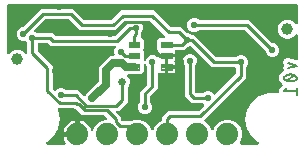
<source format=gbl>
G04 EAGLE Gerber RS-274X export*
G75*
%MOMM*%
%FSLAX34Y34*%
%LPD*%
%INBottom Copper*%
%IPPOS*%
%AMOC8*
5,1,8,0,0,1.08239X$1,22.5*%
G01*
%ADD10C,0.203200*%
%ADD11C,1.000000*%
%ADD12C,0.100581*%
%ADD13C,1.879600*%
%ADD14C,0.558800*%
%ADD15C,0.254000*%
%ADD16C,0.635000*%
%ADD17C,0.635000*%

G36*
X216140Y4075D02*
X216140Y4075D01*
X216214Y4075D01*
X216280Y4095D01*
X216349Y4105D01*
X216416Y4135D01*
X216486Y4155D01*
X216545Y4192D01*
X216608Y4221D01*
X216664Y4268D01*
X216726Y4308D01*
X216772Y4360D01*
X216825Y4404D01*
X216866Y4466D01*
X216915Y4521D01*
X216944Y4583D01*
X216983Y4641D01*
X217005Y4711D01*
X217036Y4778D01*
X217048Y4846D01*
X217068Y4912D01*
X217070Y4986D01*
X217082Y5058D01*
X217074Y5127D01*
X217076Y5196D01*
X217057Y5267D01*
X217048Y5341D01*
X217021Y5404D01*
X217004Y5471D01*
X216966Y5535D01*
X216938Y5602D01*
X216899Y5647D01*
X216859Y5716D01*
X216769Y5800D01*
X216720Y5858D01*
X211015Y10644D01*
X207029Y17549D01*
X205645Y25400D01*
X207029Y33251D01*
X211015Y40155D01*
X217122Y45280D01*
X224614Y48007D01*
X232586Y48007D01*
X233079Y47827D01*
X233170Y47808D01*
X233258Y47780D01*
X233308Y47779D01*
X233357Y47769D01*
X233450Y47775D01*
X233542Y47773D01*
X233591Y47786D01*
X233640Y47789D01*
X233728Y47821D01*
X233817Y47845D01*
X233860Y47870D01*
X233907Y47887D01*
X233982Y47943D01*
X234062Y47990D01*
X234096Y48026D01*
X234136Y48056D01*
X234193Y48129D01*
X234256Y48197D01*
X234279Y48242D01*
X234309Y48281D01*
X234343Y48368D01*
X234386Y48450D01*
X234393Y48494D01*
X234414Y48546D01*
X234429Y48706D01*
X234441Y48781D01*
X234441Y48847D01*
X234432Y48910D01*
X234435Y48959D01*
X234278Y50369D01*
X234307Y50425D01*
X234364Y50520D01*
X234371Y50551D01*
X234386Y50579D01*
X234399Y50656D01*
X234435Y50796D01*
X234435Y50805D01*
X235433Y51803D01*
X235471Y51854D01*
X235508Y51887D01*
X237015Y53770D01*
X237061Y53848D01*
X237114Y53921D01*
X237133Y53970D01*
X237159Y54015D01*
X237182Y54102D01*
X237214Y54187D01*
X237217Y54240D01*
X237231Y54290D01*
X237228Y54381D01*
X237235Y54471D01*
X237224Y54522D01*
X237223Y54574D01*
X237195Y54661D01*
X237177Y54749D01*
X237152Y54795D01*
X237136Y54845D01*
X237086Y54920D01*
X237044Y55000D01*
X237007Y55038D01*
X236978Y55081D01*
X236909Y55140D01*
X236846Y55205D01*
X236824Y55217D01*
X234441Y58552D01*
X234441Y62563D01*
X236772Y65827D01*
X237514Y66081D01*
X237562Y66106D01*
X237614Y66121D01*
X237688Y66170D01*
X237767Y66210D01*
X237807Y66247D01*
X237852Y66277D01*
X237910Y66344D01*
X237975Y66404D01*
X238003Y66451D01*
X238038Y66492D01*
X238075Y66572D01*
X238121Y66648D01*
X238135Y66701D01*
X238157Y66750D01*
X238171Y66837D01*
X238193Y66923D01*
X238192Y66977D01*
X238200Y67031D01*
X238189Y67101D01*
X238186Y67207D01*
X238158Y67297D01*
X238148Y67363D01*
X237673Y68786D01*
X238476Y70391D01*
X238481Y70407D01*
X238490Y70421D01*
X238526Y70542D01*
X238566Y70660D01*
X238567Y70677D01*
X238572Y70694D01*
X238573Y70820D01*
X238578Y70944D01*
X238574Y70961D01*
X238574Y70978D01*
X238553Y71046D01*
X238511Y71221D01*
X238487Y71262D01*
X238476Y71299D01*
X237673Y72904D01*
X238738Y76098D01*
X241750Y77604D01*
X248599Y75321D01*
X248677Y75307D01*
X248752Y75283D01*
X248816Y75281D01*
X248879Y75270D01*
X248957Y75278D01*
X249036Y75276D01*
X249098Y75292D01*
X249161Y75298D01*
X249235Y75328D01*
X249311Y75347D01*
X249366Y75380D01*
X249425Y75404D01*
X249488Y75452D01*
X249556Y75493D01*
X249599Y75539D01*
X249650Y75578D01*
X249696Y75642D01*
X249750Y75700D01*
X249779Y75757D01*
X249817Y75808D01*
X249844Y75883D01*
X249880Y75953D01*
X249889Y76007D01*
X249914Y76076D01*
X249922Y76207D01*
X249935Y76284D01*
X249935Y96402D01*
X249931Y96431D01*
X249934Y96460D01*
X249911Y96571D01*
X249895Y96683D01*
X249883Y96710D01*
X249878Y96739D01*
X249825Y96839D01*
X249779Y96943D01*
X249760Y96965D01*
X249747Y96991D01*
X249669Y97073D01*
X249596Y97160D01*
X249571Y97176D01*
X249551Y97197D01*
X249453Y97254D01*
X249359Y97317D01*
X249331Y97326D01*
X249306Y97341D01*
X249196Y97369D01*
X249088Y97403D01*
X249058Y97404D01*
X249030Y97411D01*
X248917Y97407D01*
X248804Y97410D01*
X248775Y97403D01*
X248746Y97402D01*
X248638Y97367D01*
X248529Y97338D01*
X248503Y97323D01*
X248475Y97314D01*
X248412Y97269D01*
X248284Y97193D01*
X248241Y97148D01*
X248202Y97120D01*
X245859Y94777D01*
X242901Y93551D01*
X239699Y93551D01*
X236741Y94777D01*
X234477Y97041D01*
X233251Y99999D01*
X233251Y103201D01*
X234477Y106159D01*
X236741Y108423D01*
X239699Y109649D01*
X242901Y109649D01*
X245859Y108423D01*
X248202Y106080D01*
X248226Y106063D01*
X248245Y106040D01*
X248339Y105978D01*
X248429Y105910D01*
X248457Y105899D01*
X248481Y105883D01*
X248589Y105849D01*
X248695Y105808D01*
X248724Y105806D01*
X248752Y105797D01*
X248866Y105794D01*
X248978Y105785D01*
X249007Y105791D01*
X249036Y105790D01*
X249146Y105818D01*
X249257Y105841D01*
X249283Y105854D01*
X249311Y105862D01*
X249409Y105919D01*
X249509Y105972D01*
X249531Y105992D01*
X249556Y106007D01*
X249633Y106089D01*
X249715Y106167D01*
X249730Y106193D01*
X249750Y106214D01*
X249802Y106315D01*
X249859Y106413D01*
X249866Y106441D01*
X249880Y106467D01*
X249893Y106545D01*
X249929Y106688D01*
X249927Y106751D01*
X249935Y106798D01*
X249935Y121920D01*
X249927Y121978D01*
X249929Y122036D01*
X249907Y122118D01*
X249895Y122202D01*
X249872Y122255D01*
X249857Y122311D01*
X249814Y122384D01*
X249779Y122461D01*
X249741Y122506D01*
X249712Y122556D01*
X249650Y122614D01*
X249596Y122678D01*
X249547Y122710D01*
X249504Y122750D01*
X249429Y122789D01*
X249359Y122836D01*
X249303Y122853D01*
X249251Y122880D01*
X249183Y122891D01*
X249088Y122921D01*
X248988Y122924D01*
X248920Y122935D01*
X5080Y122935D01*
X5022Y122927D01*
X4964Y122929D01*
X4882Y122907D01*
X4798Y122895D01*
X4745Y122872D01*
X4689Y122857D01*
X4616Y122814D01*
X4539Y122779D01*
X4494Y122741D01*
X4444Y122712D01*
X4386Y122650D01*
X4322Y122596D01*
X4290Y122547D01*
X4250Y122504D01*
X4211Y122429D01*
X4164Y122359D01*
X4147Y122303D01*
X4120Y122251D01*
X4109Y122183D01*
X4079Y122088D01*
X4076Y121988D01*
X4065Y121920D01*
X4065Y81398D01*
X4069Y81369D01*
X4066Y81340D01*
X4089Y81229D01*
X4105Y81117D01*
X4117Y81090D01*
X4122Y81061D01*
X4175Y80961D01*
X4221Y80857D01*
X4240Y80835D01*
X4253Y80809D01*
X4331Y80727D01*
X4404Y80640D01*
X4429Y80624D01*
X4449Y80603D01*
X4547Y80546D01*
X4641Y80483D01*
X4669Y80474D01*
X4694Y80459D01*
X4804Y80431D01*
X4912Y80397D01*
X4942Y80396D01*
X4970Y80389D01*
X5083Y80393D01*
X5196Y80390D01*
X5225Y80397D01*
X5254Y80398D01*
X5362Y80433D01*
X5471Y80462D01*
X5497Y80477D01*
X5525Y80486D01*
X5588Y80531D01*
X5716Y80607D01*
X5759Y80652D01*
X5798Y80680D01*
X8141Y83023D01*
X11099Y84249D01*
X14301Y84249D01*
X17259Y83023D01*
X19348Y80934D01*
X19372Y80917D01*
X19391Y80894D01*
X19485Y80832D01*
X19575Y80764D01*
X19603Y80753D01*
X19627Y80737D01*
X19735Y80703D01*
X19841Y80662D01*
X19870Y80660D01*
X19898Y80651D01*
X20012Y80648D01*
X20124Y80639D01*
X20153Y80645D01*
X20182Y80644D01*
X20292Y80672D01*
X20403Y80695D01*
X20429Y80708D01*
X20457Y80716D01*
X20555Y80773D01*
X20655Y80826D01*
X20677Y80846D01*
X20702Y80861D01*
X20779Y80943D01*
X20861Y81021D01*
X20876Y81047D01*
X20896Y81068D01*
X20948Y81169D01*
X21005Y81267D01*
X21012Y81295D01*
X21026Y81321D01*
X21039Y81398D01*
X21075Y81542D01*
X21073Y81605D01*
X21081Y81652D01*
X21081Y89615D01*
X21069Y89702D01*
X21066Y89789D01*
X21049Y89842D01*
X21041Y89897D01*
X21006Y89977D01*
X20979Y90060D01*
X20951Y90099D01*
X20925Y90156D01*
X20829Y90269D01*
X20784Y90333D01*
X20447Y90670D01*
X20164Y91354D01*
X20134Y91405D01*
X20113Y91459D01*
X20062Y91526D01*
X20019Y91599D01*
X19977Y91639D01*
X19941Y91686D01*
X19874Y91736D01*
X19812Y91794D01*
X19760Y91821D01*
X19714Y91856D01*
X19635Y91886D01*
X19560Y91924D01*
X19502Y91936D01*
X19448Y91956D01*
X19363Y91963D01*
X19281Y91979D01*
X19222Y91974D01*
X19164Y91979D01*
X19097Y91964D01*
X18997Y91955D01*
X18977Y91947D01*
X16618Y91947D01*
X14470Y92837D01*
X12827Y94480D01*
X11937Y96628D01*
X11937Y98952D01*
X12827Y101100D01*
X14470Y102743D01*
X16618Y103633D01*
X17095Y103633D01*
X17181Y103645D01*
X17269Y103648D01*
X17321Y103665D01*
X17376Y103673D01*
X17456Y103708D01*
X17539Y103735D01*
X17578Y103763D01*
X17635Y103789D01*
X17749Y103885D01*
X17812Y103930D01*
X29928Y116045D01*
X29928Y116046D01*
X32755Y118873D01*
X59955Y118873D01*
X69056Y109772D01*
X69125Y109720D01*
X69189Y109660D01*
X69239Y109634D01*
X69283Y109601D01*
X69364Y109570D01*
X69442Y109530D01*
X69490Y109522D01*
X69548Y109500D01*
X69696Y109488D01*
X69773Y109475D01*
X91517Y109475D01*
X91603Y109487D01*
X91691Y109490D01*
X91743Y109507D01*
X91798Y109515D01*
X91878Y109550D01*
X91961Y109577D01*
X92000Y109605D01*
X92057Y109631D01*
X92171Y109727D01*
X92234Y109772D01*
X100065Y117603D01*
X128535Y117603D01*
X142144Y103994D01*
X142214Y103941D01*
X142278Y103881D01*
X142327Y103856D01*
X142371Y103823D01*
X142453Y103792D01*
X142531Y103752D01*
X142578Y103744D01*
X142637Y103721D01*
X142785Y103709D01*
X142862Y103696D01*
X151331Y103696D01*
X156352Y98676D01*
X156421Y98624D01*
X156485Y98564D01*
X156535Y98538D01*
X156579Y98505D01*
X156660Y98474D01*
X156738Y98434D01*
X156786Y98426D01*
X156844Y98404D01*
X156992Y98392D01*
X157069Y98379D01*
X157372Y98379D01*
X159520Y97489D01*
X159857Y97152D01*
X159927Y97100D01*
X159990Y97040D01*
X160040Y97014D01*
X160084Y96981D01*
X160166Y96950D01*
X160244Y96910D01*
X160291Y96902D01*
X160350Y96880D01*
X160497Y96868D01*
X160575Y96855D01*
X161983Y96855D01*
X180562Y78276D01*
X180631Y78224D01*
X180695Y78164D01*
X180745Y78138D01*
X180789Y78105D01*
X180870Y78074D01*
X180948Y78034D01*
X180996Y78026D01*
X181054Y78004D01*
X181202Y77992D01*
X181279Y77979D01*
X197565Y77979D01*
X197652Y77991D01*
X197739Y77994D01*
X197792Y78011D01*
X197847Y78019D01*
X197927Y78054D01*
X198010Y78081D01*
X198049Y78109D01*
X198106Y78135D01*
X198220Y78231D01*
X198283Y78276D01*
X198620Y78613D01*
X200768Y79503D01*
X203092Y79503D01*
X205240Y78613D01*
X206883Y76970D01*
X207773Y74822D01*
X207773Y72498D01*
X206883Y70350D01*
X206546Y70013D01*
X206494Y69943D01*
X206434Y69880D01*
X206408Y69830D01*
X206375Y69786D01*
X206344Y69704D01*
X206304Y69626D01*
X206296Y69579D01*
X206274Y69520D01*
X206262Y69372D01*
X206249Y69295D01*
X206249Y60441D01*
X171039Y25232D01*
X170970Y25140D01*
X170896Y25052D01*
X170885Y25026D01*
X170868Y25004D01*
X170827Y24897D01*
X170781Y24792D01*
X170777Y24765D01*
X170767Y24739D01*
X170758Y24624D01*
X170742Y24511D01*
X170746Y24483D01*
X170744Y24455D01*
X170766Y24343D01*
X170783Y24229D01*
X170794Y24204D01*
X170799Y24177D01*
X170852Y24075D01*
X170900Y23970D01*
X170918Y23949D01*
X170930Y23924D01*
X171009Y23841D01*
X171084Y23754D01*
X171105Y23740D01*
X171126Y23718D01*
X171356Y23584D01*
X171369Y23576D01*
X172151Y23252D01*
X175652Y19751D01*
X176862Y16829D01*
X176877Y16804D01*
X176886Y16776D01*
X176949Y16681D01*
X177007Y16584D01*
X177028Y16564D01*
X177044Y16539D01*
X177131Y16466D01*
X177213Y16389D01*
X177239Y16375D01*
X177262Y16356D01*
X177365Y16310D01*
X177466Y16259D01*
X177495Y16253D01*
X177522Y16241D01*
X177634Y16225D01*
X177745Y16204D01*
X177774Y16206D01*
X177803Y16202D01*
X177915Y16218D01*
X178028Y16228D01*
X178055Y16239D01*
X178084Y16243D01*
X178188Y16289D01*
X178293Y16330D01*
X178317Y16348D01*
X178344Y16360D01*
X178430Y16433D01*
X178520Y16502D01*
X178538Y16525D01*
X178560Y16544D01*
X178602Y16611D01*
X178690Y16729D01*
X178712Y16788D01*
X178738Y16829D01*
X179948Y19751D01*
X183449Y23252D01*
X188024Y25147D01*
X192976Y25147D01*
X197551Y23252D01*
X201052Y19751D01*
X202947Y15176D01*
X202947Y10224D01*
X200977Y5469D01*
X200948Y5357D01*
X200914Y5248D01*
X200913Y5220D01*
X200906Y5193D01*
X200909Y5079D01*
X200906Y4964D01*
X200913Y4937D01*
X200914Y4909D01*
X200949Y4800D01*
X200978Y4689D01*
X200992Y4665D01*
X201001Y4638D01*
X201065Y4543D01*
X201123Y4444D01*
X201144Y4425D01*
X201159Y4402D01*
X201247Y4328D01*
X201331Y4250D01*
X201355Y4237D01*
X201377Y4219D01*
X201481Y4173D01*
X201584Y4120D01*
X201608Y4116D01*
X201636Y4104D01*
X201900Y4067D01*
X201915Y4065D01*
X216067Y4065D01*
X216140Y4075D01*
G37*
G36*
X127115Y16218D02*
X127115Y16218D01*
X127228Y16228D01*
X127255Y16239D01*
X127284Y16243D01*
X127388Y16289D01*
X127493Y16330D01*
X127517Y16348D01*
X127544Y16360D01*
X127630Y16433D01*
X127720Y16502D01*
X127738Y16525D01*
X127760Y16544D01*
X127802Y16611D01*
X127890Y16729D01*
X127912Y16788D01*
X127938Y16829D01*
X129148Y19751D01*
X132649Y23252D01*
X134755Y24124D01*
X134756Y24125D01*
X134757Y24125D01*
X134876Y24195D01*
X134999Y24268D01*
X135000Y24269D01*
X135002Y24270D01*
X135099Y24374D01*
X135195Y24475D01*
X135195Y24476D01*
X135196Y24478D01*
X135261Y24603D01*
X135325Y24728D01*
X135325Y24729D01*
X135326Y24731D01*
X135328Y24746D01*
X135380Y25007D01*
X135377Y25037D01*
X135381Y25062D01*
X135381Y27189D01*
X140451Y32259D01*
X165431Y32259D01*
X165517Y32271D01*
X165605Y32274D01*
X165657Y32291D01*
X165712Y32299D01*
X165792Y32334D01*
X165875Y32361D01*
X165914Y32389D01*
X165971Y32415D01*
X166085Y32511D01*
X166148Y32556D01*
X170532Y36940D01*
X170567Y36986D01*
X170609Y37027D01*
X170652Y37099D01*
X170703Y37167D01*
X170724Y37221D01*
X170753Y37272D01*
X170774Y37354D01*
X170804Y37432D01*
X170809Y37491D01*
X170823Y37547D01*
X170821Y37632D01*
X170828Y37716D01*
X170816Y37773D01*
X170814Y37832D01*
X170788Y37912D01*
X170772Y37994D01*
X170745Y38046D01*
X170727Y38102D01*
X170687Y38158D01*
X170641Y38247D01*
X170572Y38319D01*
X170532Y38375D01*
X170343Y38564D01*
X170273Y38617D01*
X170210Y38676D01*
X170160Y38702D01*
X170116Y38735D01*
X170034Y38766D01*
X169956Y38806D01*
X169909Y38814D01*
X169850Y38836D01*
X169703Y38848D01*
X169625Y38861D01*
X160771Y38861D01*
X154410Y45223D01*
X154410Y70587D01*
X154397Y70674D01*
X154395Y70761D01*
X154377Y70814D01*
X154370Y70869D01*
X154334Y70948D01*
X154307Y71032D01*
X154279Y71071D01*
X154253Y71128D01*
X154158Y71241D01*
X154112Y71305D01*
X153775Y71642D01*
X152886Y73790D01*
X152886Y76114D01*
X153775Y78261D01*
X155419Y79905D01*
X157566Y80794D01*
X159890Y80794D01*
X162038Y79905D01*
X163681Y78261D01*
X164571Y76114D01*
X164571Y73790D01*
X163681Y71642D01*
X163344Y71305D01*
X163292Y71235D01*
X163232Y71171D01*
X163207Y71122D01*
X163173Y71078D01*
X163142Y70996D01*
X163103Y70918D01*
X163095Y70871D01*
X163072Y70812D01*
X163060Y70664D01*
X163047Y70587D01*
X163047Y49221D01*
X163059Y49135D01*
X163062Y49047D01*
X163079Y48994D01*
X163087Y48940D01*
X163123Y48860D01*
X163150Y48777D01*
X163178Y48737D01*
X163203Y48680D01*
X163299Y48567D01*
X163344Y48503D01*
X164052Y47796D01*
X164121Y47744D01*
X164185Y47684D01*
X164235Y47658D01*
X164279Y47625D01*
X164360Y47594D01*
X164438Y47554D01*
X164486Y47546D01*
X164544Y47524D01*
X164692Y47512D01*
X164769Y47499D01*
X169625Y47499D01*
X169712Y47511D01*
X169799Y47514D01*
X169852Y47531D01*
X169907Y47539D01*
X169987Y47574D01*
X170070Y47601D01*
X170109Y47629D01*
X170166Y47655D01*
X170280Y47751D01*
X170343Y47796D01*
X170680Y48133D01*
X172828Y49023D01*
X175152Y49023D01*
X177300Y48133D01*
X178795Y46638D01*
X178841Y46603D01*
X178882Y46561D01*
X178955Y46518D01*
X179022Y46467D01*
X179077Y46446D01*
X179127Y46417D01*
X179209Y46396D01*
X179288Y46366D01*
X179346Y46361D01*
X179403Y46347D01*
X179487Y46349D01*
X179571Y46342D01*
X179628Y46354D01*
X179687Y46356D01*
X179767Y46382D01*
X179850Y46398D01*
X179902Y46425D01*
X179957Y46443D01*
X180013Y46483D01*
X180102Y46529D01*
X180174Y46598D01*
X180230Y46638D01*
X197314Y63722D01*
X197366Y63791D01*
X197426Y63855D01*
X197452Y63905D01*
X197485Y63949D01*
X197516Y64030D01*
X197556Y64108D01*
X197564Y64156D01*
X197586Y64214D01*
X197598Y64362D01*
X197611Y64439D01*
X197611Y68326D01*
X197603Y68384D01*
X197605Y68442D01*
X197583Y68524D01*
X197571Y68608D01*
X197548Y68661D01*
X197533Y68717D01*
X197490Y68790D01*
X197455Y68867D01*
X197417Y68912D01*
X197388Y68962D01*
X197326Y69020D01*
X197272Y69084D01*
X197223Y69116D01*
X197180Y69156D01*
X197105Y69195D01*
X197035Y69242D01*
X196979Y69259D01*
X196927Y69286D01*
X196859Y69297D01*
X196764Y69327D01*
X196664Y69330D01*
X196596Y69341D01*
X177281Y69341D01*
X159660Y86962D01*
X159659Y86963D01*
X159658Y86965D01*
X159540Y87053D01*
X159433Y87133D01*
X159431Y87134D01*
X159430Y87135D01*
X159296Y87185D01*
X159167Y87235D01*
X159165Y87235D01*
X159164Y87235D01*
X159019Y87247D01*
X158884Y87258D01*
X158882Y87258D01*
X158881Y87258D01*
X158865Y87254D01*
X158605Y87202D01*
X158578Y87188D01*
X158553Y87183D01*
X157372Y86693D01*
X156895Y86693D01*
X156809Y86681D01*
X156721Y86678D01*
X156669Y86661D01*
X156614Y86653D01*
X156534Y86618D01*
X156451Y86591D01*
X156412Y86563D01*
X156355Y86537D01*
X156241Y86441D01*
X156178Y86396D01*
X154211Y84429D01*
X146865Y84429D01*
X146827Y84424D01*
X146788Y84426D01*
X146686Y84404D01*
X146584Y84389D01*
X146548Y84373D01*
X146510Y84365D01*
X146419Y84316D01*
X146324Y84273D01*
X146295Y84248D01*
X146260Y84229D01*
X146187Y84156D01*
X146107Y84090D01*
X146086Y84057D01*
X146058Y84030D01*
X146007Y83939D01*
X145950Y83853D01*
X145938Y83816D01*
X145919Y83782D01*
X145895Y83681D01*
X145864Y83582D01*
X145863Y83543D01*
X145854Y83505D01*
X145859Y83401D01*
X145857Y83298D01*
X145867Y83260D01*
X145869Y83221D01*
X145896Y83148D01*
X145929Y83023D01*
X145967Y82959D01*
X145986Y82906D01*
X146097Y82714D01*
X146305Y81940D01*
X146305Y80644D01*
X139256Y80644D01*
X139198Y80636D01*
X139139Y80638D01*
X139058Y80616D01*
X138974Y80604D01*
X138921Y80581D01*
X138868Y80567D01*
X138824Y80589D01*
X138756Y80600D01*
X138661Y80630D01*
X138561Y80633D01*
X138493Y80644D01*
X131444Y80644D01*
X131444Y81940D01*
X131652Y82714D01*
X131832Y83026D01*
X131857Y83089D01*
X131892Y83148D01*
X131910Y83220D01*
X131938Y83290D01*
X131945Y83358D01*
X131962Y83424D01*
X131960Y83498D01*
X131967Y83572D01*
X131955Y83640D01*
X131953Y83708D01*
X131930Y83779D01*
X131917Y83852D01*
X131886Y83913D01*
X131865Y83978D01*
X131829Y84029D01*
X131790Y84107D01*
X131713Y84191D01*
X131671Y84251D01*
X130936Y84986D01*
X130936Y92510D01*
X133017Y94591D01*
X136881Y94591D01*
X136910Y94595D01*
X136939Y94592D01*
X137050Y94615D01*
X137162Y94631D01*
X137189Y94643D01*
X137218Y94648D01*
X137318Y94700D01*
X137422Y94747D01*
X137444Y94766D01*
X137470Y94779D01*
X137552Y94857D01*
X137639Y94930D01*
X137655Y94955D01*
X137676Y94975D01*
X137733Y95073D01*
X137796Y95167D01*
X137805Y95195D01*
X137820Y95220D01*
X137848Y95330D01*
X137882Y95438D01*
X137883Y95468D01*
X137890Y95496D01*
X137886Y95609D01*
X137889Y95722D01*
X137882Y95751D01*
X137881Y95780D01*
X137846Y95888D01*
X137817Y95997D01*
X137802Y96023D01*
X137793Y96051D01*
X137748Y96114D01*
X137672Y96242D01*
X137627Y96285D01*
X137599Y96324D01*
X125254Y108668D01*
X125185Y108720D01*
X125121Y108780D01*
X125071Y108806D01*
X125027Y108839D01*
X124946Y108870D01*
X124868Y108910D01*
X124820Y108918D01*
X124762Y108940D01*
X124614Y108952D01*
X124537Y108965D01*
X117649Y108965D01*
X117620Y108961D01*
X117590Y108964D01*
X117479Y108941D01*
X117367Y108925D01*
X117340Y108913D01*
X117312Y108908D01*
X117211Y108855D01*
X117108Y108809D01*
X117085Y108790D01*
X117059Y108777D01*
X116977Y108699D01*
X116891Y108626D01*
X116874Y108601D01*
X116853Y108581D01*
X116796Y108483D01*
X116733Y108389D01*
X116724Y108361D01*
X116709Y108336D01*
X116682Y108226D01*
X116647Y108118D01*
X116647Y108088D01*
X116639Y108060D01*
X116643Y107947D01*
X116640Y107834D01*
X116647Y107805D01*
X116648Y107776D01*
X116683Y107668D01*
X116712Y107559D01*
X116727Y107533D01*
X116736Y107505D01*
X116781Y107441D01*
X116857Y107314D01*
X116903Y107271D01*
X116931Y107232D01*
X117983Y106180D01*
X118873Y104032D01*
X118873Y101708D01*
X117983Y99560D01*
X117646Y99223D01*
X117594Y99153D01*
X117534Y99090D01*
X117508Y99040D01*
X117475Y98996D01*
X117444Y98914D01*
X117404Y98836D01*
X117396Y98789D01*
X117374Y98730D01*
X117369Y98671D01*
X117363Y98651D01*
X117361Y98577D01*
X117349Y98505D01*
X117349Y95990D01*
X117323Y95966D01*
X117280Y95893D01*
X117230Y95826D01*
X117209Y95771D01*
X117179Y95721D01*
X117159Y95639D01*
X117129Y95560D01*
X117124Y95502D01*
X117109Y95445D01*
X117112Y95361D01*
X117105Y95277D01*
X117116Y95219D01*
X117118Y95161D01*
X117144Y95081D01*
X117161Y94998D01*
X117188Y94946D01*
X117206Y94891D01*
X117246Y94835D01*
X117292Y94746D01*
X117361Y94673D01*
X117401Y94617D01*
X119508Y92510D01*
X119508Y84986D01*
X119238Y84716D01*
X119203Y84669D01*
X119160Y84629D01*
X119118Y84556D01*
X119067Y84489D01*
X119046Y84434D01*
X119017Y84384D01*
X118996Y84302D01*
X118966Y84223D01*
X118961Y84165D01*
X118946Y84108D01*
X118949Y84024D01*
X118942Y83940D01*
X118954Y83882D01*
X118956Y83824D01*
X118981Y83744D01*
X118998Y83661D01*
X119025Y83609D01*
X119043Y83553D01*
X119083Y83497D01*
X119129Y83409D01*
X119198Y83336D01*
X119238Y83280D01*
X119508Y83010D01*
X119508Y75944D01*
X119520Y75859D01*
X119522Y75773D01*
X119540Y75719D01*
X119548Y75662D01*
X119583Y75584D01*
X119609Y75502D01*
X119641Y75455D01*
X119664Y75403D01*
X119719Y75337D01*
X119767Y75266D01*
X119811Y75229D01*
X119847Y75186D01*
X119919Y75138D01*
X119985Y75083D01*
X120037Y75060D01*
X120084Y75028D01*
X120166Y75002D01*
X120245Y74967D01*
X120301Y74960D01*
X120355Y74943D01*
X120441Y74940D01*
X120526Y74929D01*
X120582Y74937D01*
X120639Y74935D01*
X120722Y74957D01*
X120808Y74969D01*
X120859Y74993D01*
X120914Y75007D01*
X120988Y75051D01*
X121067Y75086D01*
X121110Y75123D01*
X121159Y75152D01*
X121218Y75215D01*
X121283Y75271D01*
X121309Y75313D01*
X121353Y75360D01*
X121419Y75489D01*
X121461Y75555D01*
X122047Y76970D01*
X123690Y78613D01*
X125838Y79503D01*
X128162Y79503D01*
X130040Y78725D01*
X130087Y78713D01*
X130122Y78691D01*
X130310Y78613D01*
X130774Y78149D01*
X130844Y78096D01*
X130907Y78037D01*
X130957Y78011D01*
X131001Y77978D01*
X131083Y77947D01*
X131161Y77907D01*
X131208Y77899D01*
X131267Y77877D01*
X131414Y77865D01*
X131492Y77852D01*
X137478Y77852D01*
X137478Y70129D01*
X137486Y70071D01*
X137485Y70013D01*
X137506Y69931D01*
X137518Y69848D01*
X137542Y69794D01*
X137556Y69741D01*
X137534Y69698D01*
X137522Y69630D01*
X137492Y69535D01*
X137490Y69435D01*
X137478Y69367D01*
X137478Y64413D01*
X134087Y64413D01*
X133313Y64621D01*
X132842Y64893D01*
X132805Y64907D01*
X132773Y64929D01*
X132674Y64960D01*
X132578Y64999D01*
X132539Y65003D01*
X132502Y65015D01*
X132398Y65018D01*
X132295Y65028D01*
X132257Y65021D01*
X132218Y65022D01*
X132117Y64996D01*
X132015Y64978D01*
X131980Y64960D01*
X131943Y64950D01*
X131854Y64898D01*
X131761Y64852D01*
X131732Y64825D01*
X131698Y64805D01*
X131627Y64729D01*
X131551Y64660D01*
X131530Y64626D01*
X131504Y64598D01*
X131456Y64505D01*
X131402Y64417D01*
X131392Y64380D01*
X131374Y64345D01*
X131361Y64268D01*
X131327Y64143D01*
X131328Y64069D01*
X131319Y64014D01*
X131319Y51551D01*
X125266Y45498D01*
X125214Y45429D01*
X125154Y45365D01*
X125128Y45315D01*
X125095Y45271D01*
X125064Y45190D01*
X125024Y45112D01*
X125016Y45064D01*
X124994Y45006D01*
X124982Y44858D01*
X124969Y44781D01*
X124969Y39925D01*
X124981Y39838D01*
X124984Y39751D01*
X125001Y39698D01*
X125009Y39643D01*
X125044Y39563D01*
X125071Y39480D01*
X125099Y39441D01*
X125125Y39384D01*
X125221Y39271D01*
X125266Y39207D01*
X125603Y38870D01*
X126493Y36722D01*
X126493Y34398D01*
X125603Y32250D01*
X123960Y30607D01*
X121812Y29717D01*
X119488Y29717D01*
X117340Y30607D01*
X115697Y32250D01*
X114807Y34398D01*
X114807Y36722D01*
X115697Y38870D01*
X116034Y39207D01*
X116086Y39277D01*
X116146Y39340D01*
X116172Y39390D01*
X116205Y39434D01*
X116236Y39516D01*
X116276Y39594D01*
X116284Y39641D01*
X116306Y39700D01*
X116318Y39848D01*
X116331Y39925D01*
X116331Y48779D01*
X122384Y54832D01*
X122436Y54901D01*
X122496Y54965D01*
X122522Y55015D01*
X122555Y55059D01*
X122586Y55140D01*
X122626Y55218D01*
X122634Y55266D01*
X122656Y55324D01*
X122668Y55472D01*
X122681Y55549D01*
X122681Y69295D01*
X122669Y69382D01*
X122666Y69469D01*
X122649Y69522D01*
X122641Y69577D01*
X122606Y69657D01*
X122579Y69740D01*
X122551Y69779D01*
X122525Y69836D01*
X122429Y69950D01*
X122384Y70013D01*
X122047Y70350D01*
X121461Y71765D01*
X121417Y71839D01*
X121382Y71917D01*
X121345Y71960D01*
X121316Y72010D01*
X121254Y72069D01*
X121198Y72134D01*
X121151Y72166D01*
X121110Y72205D01*
X121033Y72244D01*
X120962Y72292D01*
X120908Y72309D01*
X120857Y72335D01*
X120773Y72352D01*
X120691Y72377D01*
X120634Y72379D01*
X120578Y72390D01*
X120493Y72383D01*
X120407Y72385D01*
X120352Y72370D01*
X120295Y72366D01*
X120214Y72335D01*
X120132Y72313D01*
X120083Y72284D01*
X120030Y72263D01*
X119961Y72212D01*
X119887Y72168D01*
X119848Y72126D01*
X119803Y72092D01*
X119751Y72023D01*
X119693Y71960D01*
X119667Y71910D01*
X119633Y71864D01*
X119602Y71784D01*
X119563Y71707D01*
X119555Y71658D01*
X119532Y71598D01*
X119521Y71454D01*
X119508Y71376D01*
X119508Y65986D01*
X117427Y63905D01*
X113929Y63905D01*
X113899Y63901D01*
X113868Y63903D01*
X113791Y63886D01*
X113648Y63865D01*
X113589Y63839D01*
X113541Y63828D01*
X112807Y63524D01*
X106478Y63524D01*
X106449Y63520D01*
X106420Y63523D01*
X106309Y63500D01*
X106197Y63484D01*
X106170Y63472D01*
X106141Y63467D01*
X106041Y63414D01*
X105938Y63368D01*
X105915Y63349D01*
X105889Y63336D01*
X105807Y63258D01*
X105721Y63185D01*
X105704Y63160D01*
X105683Y63140D01*
X105626Y63042D01*
X105563Y62948D01*
X105554Y62920D01*
X105539Y62895D01*
X105511Y62785D01*
X105477Y62677D01*
X105476Y62647D01*
X105469Y62619D01*
X105473Y62506D01*
X105470Y62393D01*
X105477Y62364D01*
X105478Y62335D01*
X105513Y62227D01*
X105542Y62118D01*
X105557Y62092D01*
X105566Y62064D01*
X105611Y62000D01*
X105687Y61873D01*
X105733Y61830D01*
X105761Y61791D01*
X106876Y60675D01*
X107824Y58388D01*
X107824Y55912D01*
X106876Y53624D01*
X106216Y52964D01*
X106164Y52895D01*
X106104Y52831D01*
X106078Y52781D01*
X106045Y52737D01*
X106014Y52656D01*
X105974Y52578D01*
X105966Y52530D01*
X105944Y52472D01*
X105932Y52324D01*
X105919Y52247D01*
X105919Y40121D01*
X98309Y32511D01*
X97332Y32511D01*
X97303Y32507D01*
X97274Y32510D01*
X97163Y32487D01*
X97051Y32471D01*
X97024Y32459D01*
X96995Y32454D01*
X96895Y32402D01*
X96791Y32355D01*
X96769Y32336D01*
X96743Y32323D01*
X96661Y32245D01*
X96574Y32172D01*
X96558Y32147D01*
X96537Y32127D01*
X96480Y32029D01*
X96417Y31935D01*
X96408Y31907D01*
X96393Y31882D01*
X96365Y31772D01*
X96331Y31664D01*
X96330Y31634D01*
X96323Y31606D01*
X96327Y31493D01*
X96324Y31380D01*
X96331Y31351D01*
X96332Y31322D01*
X96367Y31214D01*
X96396Y31105D01*
X96411Y31079D01*
X96420Y31051D01*
X96465Y30988D01*
X96541Y30860D01*
X96559Y30843D01*
X96560Y30841D01*
X96589Y30814D01*
X96614Y30778D01*
X100204Y27189D01*
X100204Y24997D01*
X100216Y24911D01*
X100219Y24823D01*
X100236Y24770D01*
X100244Y24716D01*
X100279Y24636D01*
X100306Y24553D01*
X100334Y24513D01*
X100360Y24456D01*
X100456Y24343D01*
X100501Y24279D01*
X100724Y24056D01*
X100794Y24004D01*
X100858Y23944D01*
X100907Y23918D01*
X100951Y23885D01*
X101033Y23854D01*
X101111Y23814D01*
X101159Y23806D01*
X101217Y23784D01*
X101365Y23772D01*
X101442Y23759D01*
X108271Y23759D01*
X108302Y23763D01*
X108333Y23761D01*
X108409Y23778D01*
X108553Y23799D01*
X108612Y23825D01*
X108660Y23836D01*
X111824Y25147D01*
X116776Y25147D01*
X121351Y23252D01*
X124852Y19751D01*
X126062Y16829D01*
X126077Y16804D01*
X126086Y16776D01*
X126149Y16681D01*
X126207Y16584D01*
X126228Y16564D01*
X126244Y16539D01*
X126331Y16466D01*
X126413Y16389D01*
X126439Y16375D01*
X126462Y16356D01*
X126565Y16310D01*
X126666Y16259D01*
X126695Y16253D01*
X126722Y16241D01*
X126834Y16225D01*
X126945Y16204D01*
X126974Y16206D01*
X127003Y16202D01*
X127115Y16218D01*
G37*
G36*
X69552Y44961D02*
X69552Y44961D01*
X69579Y44959D01*
X69692Y44981D01*
X69806Y44998D01*
X69831Y45009D01*
X69858Y45015D01*
X69960Y45067D01*
X70065Y45115D01*
X70086Y45133D01*
X70110Y45146D01*
X70194Y45225D01*
X70281Y45299D01*
X70294Y45320D01*
X70317Y45341D01*
X70451Y45571D01*
X70459Y45584D01*
X70924Y46705D01*
X81109Y56891D01*
X81161Y56960D01*
X81221Y57024D01*
X81247Y57074D01*
X81280Y57118D01*
X81311Y57199D01*
X81351Y57277D01*
X81359Y57325D01*
X81381Y57383D01*
X81393Y57531D01*
X81406Y57608D01*
X81406Y68548D01*
X82354Y70836D01*
X89844Y78326D01*
X92132Y79274D01*
X93844Y79274D01*
X93957Y79290D01*
X94072Y79300D01*
X94098Y79310D01*
X94125Y79314D01*
X94230Y79361D01*
X94337Y79402D01*
X94359Y79418D01*
X94384Y79430D01*
X94472Y79504D01*
X94564Y79573D01*
X94580Y79596D01*
X94601Y79613D01*
X94665Y79709D01*
X94734Y79801D01*
X94744Y79827D01*
X94759Y79850D01*
X94794Y79960D01*
X94834Y80067D01*
X94836Y80095D01*
X94845Y80121D01*
X94848Y80236D01*
X94857Y80350D01*
X94851Y80375D01*
X94852Y80405D01*
X94785Y80662D01*
X94782Y80678D01*
X94487Y81388D01*
X94487Y83712D01*
X95377Y85860D01*
X95515Y85998D01*
X95533Y86022D01*
X95555Y86041D01*
X95618Y86135D01*
X95686Y86225D01*
X95697Y86253D01*
X95713Y86277D01*
X95747Y86385D01*
X95787Y86491D01*
X95790Y86520D01*
X95799Y86548D01*
X95802Y86661D01*
X95811Y86774D01*
X95805Y86803D01*
X95806Y86832D01*
X95777Y86942D01*
X95755Y87053D01*
X95742Y87079D01*
X95734Y87107D01*
X95676Y87205D01*
X95624Y87305D01*
X95604Y87327D01*
X95589Y87352D01*
X95506Y87429D01*
X95428Y87511D01*
X95403Y87526D01*
X95382Y87546D01*
X95281Y87598D01*
X95183Y87655D01*
X95155Y87662D01*
X95128Y87676D01*
X95051Y87689D01*
X94908Y87725D01*
X94845Y87723D01*
X94797Y87731D01*
X40781Y87731D01*
X39148Y89364D01*
X39079Y89416D01*
X39015Y89476D01*
X38965Y89502D01*
X38921Y89535D01*
X38840Y89566D01*
X38762Y89606D01*
X38714Y89614D01*
X38656Y89636D01*
X38508Y89648D01*
X38431Y89661D01*
X30734Y89661D01*
X30676Y89653D01*
X30618Y89655D01*
X30536Y89633D01*
X30452Y89621D01*
X30399Y89598D01*
X30343Y89583D01*
X30270Y89540D01*
X30193Y89505D01*
X30148Y89467D01*
X30098Y89438D01*
X30040Y89376D01*
X29976Y89322D01*
X29944Y89273D01*
X29904Y89230D01*
X29865Y89155D01*
X29818Y89085D01*
X29801Y89029D01*
X29774Y88977D01*
X29763Y88909D01*
X29733Y88814D01*
X29730Y88714D01*
X29719Y88646D01*
X29719Y83489D01*
X29731Y83403D01*
X29734Y83315D01*
X29751Y83263D01*
X29759Y83208D01*
X29794Y83128D01*
X29821Y83045D01*
X29849Y83006D01*
X29875Y82949D01*
X29971Y82835D01*
X30016Y82772D01*
X42419Y70369D01*
X42419Y51816D01*
X42431Y51729D01*
X42434Y51642D01*
X42451Y51589D01*
X42459Y51534D01*
X42494Y51455D01*
X42521Y51371D01*
X42549Y51332D01*
X42575Y51275D01*
X42660Y51175D01*
X42677Y51146D01*
X42693Y51131D01*
X42716Y51098D01*
X43963Y49851D01*
X44009Y49816D01*
X44050Y49774D01*
X44123Y49731D01*
X44190Y49681D01*
X44245Y49660D01*
X44295Y49630D01*
X44377Y49609D01*
X44456Y49579D01*
X44514Y49574D01*
X44571Y49560D01*
X44655Y49563D01*
X44739Y49556D01*
X44796Y49567D01*
X44855Y49569D01*
X44935Y49595D01*
X45018Y49612D01*
X45070Y49639D01*
X45125Y49657D01*
X45181Y49697D01*
X45270Y49743D01*
X45342Y49811D01*
X45399Y49851D01*
X46220Y50673D01*
X48368Y51563D01*
X50692Y51563D01*
X52840Y50673D01*
X53177Y50336D01*
X53247Y50284D01*
X53310Y50224D01*
X53360Y50198D01*
X53404Y50165D01*
X53486Y50134D01*
X53564Y50094D01*
X53611Y50086D01*
X53670Y50064D01*
X53817Y50052D01*
X53895Y50039D01*
X64019Y50039D01*
X66846Y47212D01*
X68803Y45254D01*
X68895Y45185D01*
X68983Y45111D01*
X69008Y45100D01*
X69030Y45083D01*
X69138Y45042D01*
X69243Y44996D01*
X69270Y44992D01*
X69296Y44982D01*
X69411Y44973D01*
X69524Y44957D01*
X69552Y44961D01*
G37*
%LPC*%
G36*
X227438Y77977D02*
X227438Y77977D01*
X225290Y78867D01*
X223647Y80510D01*
X222757Y82658D01*
X222757Y83135D01*
X222745Y83221D01*
X222742Y83309D01*
X222725Y83361D01*
X222717Y83416D01*
X222682Y83496D01*
X222655Y83579D01*
X222627Y83618D01*
X222601Y83675D01*
X222505Y83789D01*
X222460Y83852D01*
X205518Y100794D01*
X205449Y100846D01*
X205385Y100906D01*
X205335Y100932D01*
X205291Y100965D01*
X205210Y100996D01*
X205132Y101036D01*
X205084Y101044D01*
X205026Y101066D01*
X204878Y101078D01*
X204801Y101091D01*
X166751Y101091D01*
X166664Y101079D01*
X166577Y101076D01*
X166524Y101059D01*
X166469Y101051D01*
X166389Y101016D01*
X166306Y100989D01*
X166267Y100961D01*
X166210Y100935D01*
X166096Y100839D01*
X166033Y100794D01*
X165696Y100457D01*
X163548Y99567D01*
X161224Y99567D01*
X159076Y100457D01*
X157433Y102100D01*
X156543Y104248D01*
X156543Y106572D01*
X157433Y108720D01*
X159076Y110363D01*
X161224Y111253D01*
X163548Y111253D01*
X165696Y110363D01*
X166033Y110026D01*
X166103Y109974D01*
X166166Y109914D01*
X166216Y109888D01*
X166260Y109855D01*
X166342Y109824D01*
X166420Y109784D01*
X166467Y109776D01*
X166526Y109754D01*
X166673Y109742D01*
X166751Y109729D01*
X208799Y109729D01*
X228568Y89960D01*
X228637Y89908D01*
X228701Y89848D01*
X228751Y89822D01*
X228795Y89789D01*
X228876Y89758D01*
X228954Y89718D01*
X229002Y89710D01*
X229060Y89688D01*
X229208Y89676D01*
X229285Y89663D01*
X229762Y89663D01*
X231910Y88773D01*
X233553Y87130D01*
X234443Y84982D01*
X234443Y82658D01*
X233553Y80510D01*
X231910Y78867D01*
X229762Y77977D01*
X227438Y77977D01*
G37*
%LPD*%
G36*
X53115Y4078D02*
X53115Y4078D01*
X53207Y4081D01*
X53256Y4097D01*
X53306Y4105D01*
X53390Y4142D01*
X53477Y4171D01*
X53519Y4200D01*
X53565Y4221D01*
X53635Y4280D01*
X53711Y4332D01*
X53743Y4372D01*
X53782Y4404D01*
X53833Y4481D01*
X53892Y4552D01*
X53912Y4599D01*
X53940Y4641D01*
X53968Y4729D01*
X54004Y4813D01*
X54010Y4864D01*
X54026Y4912D01*
X54028Y5004D01*
X54039Y5095D01*
X54032Y5146D01*
X54033Y5196D01*
X54010Y5285D01*
X53995Y5376D01*
X53975Y5416D01*
X53961Y5471D01*
X53880Y5608D01*
X53846Y5677D01*
X53289Y6443D01*
X52436Y8117D01*
X51855Y9904D01*
X51734Y10669D01*
X62484Y10669D01*
X62542Y10677D01*
X62600Y10675D01*
X62682Y10697D01*
X62765Y10709D01*
X62819Y10733D01*
X62875Y10747D01*
X62948Y10790D01*
X63025Y10825D01*
X63069Y10863D01*
X63120Y10893D01*
X63177Y10954D01*
X63242Y11009D01*
X63274Y11057D01*
X63314Y11100D01*
X63353Y11175D01*
X63399Y11245D01*
X63417Y11301D01*
X63444Y11353D01*
X63455Y11421D01*
X63485Y11516D01*
X63488Y11616D01*
X63499Y11684D01*
X63499Y12701D01*
X64516Y12701D01*
X64574Y12709D01*
X64632Y12708D01*
X64714Y12729D01*
X64797Y12741D01*
X64851Y12765D01*
X64907Y12779D01*
X64980Y12822D01*
X65057Y12857D01*
X65102Y12895D01*
X65152Y12925D01*
X65210Y12986D01*
X65274Y13041D01*
X65306Y13089D01*
X65346Y13132D01*
X65385Y13207D01*
X65431Y13277D01*
X65449Y13333D01*
X65476Y13385D01*
X65487Y13453D01*
X65517Y13548D01*
X65520Y13648D01*
X65531Y13716D01*
X65531Y24466D01*
X66296Y24345D01*
X68083Y23764D01*
X69757Y22911D01*
X71278Y21806D01*
X72606Y20478D01*
X73711Y18957D01*
X74564Y17283D01*
X74928Y16163D01*
X74958Y16101D01*
X74979Y16035D01*
X75020Y15974D01*
X75053Y15908D01*
X75099Y15857D01*
X75138Y15799D01*
X75194Y15752D01*
X75243Y15697D01*
X75302Y15661D01*
X75355Y15616D01*
X75422Y15586D01*
X75485Y15547D01*
X75552Y15529D01*
X75615Y15501D01*
X75688Y15491D01*
X75759Y15471D01*
X75828Y15471D01*
X75897Y15462D01*
X75969Y15472D01*
X76043Y15473D01*
X76110Y15493D01*
X76178Y15502D01*
X76245Y15533D01*
X76316Y15554D01*
X76374Y15591D01*
X76437Y15620D01*
X76493Y15667D01*
X76555Y15707D01*
X76601Y15759D01*
X76653Y15804D01*
X76686Y15857D01*
X76743Y15921D01*
X76792Y16025D01*
X76831Y16089D01*
X78348Y19751D01*
X81849Y23252D01*
X86424Y25147D01*
X87580Y25147D01*
X87609Y25151D01*
X87638Y25148D01*
X87749Y25171D01*
X87861Y25187D01*
X87888Y25199D01*
X87917Y25204D01*
X88017Y25257D01*
X88121Y25303D01*
X88143Y25322D01*
X88169Y25335D01*
X88251Y25413D01*
X88338Y25486D01*
X88354Y25511D01*
X88375Y25531D01*
X88432Y25629D01*
X88495Y25723D01*
X88504Y25751D01*
X88519Y25776D01*
X88547Y25886D01*
X88581Y25994D01*
X88582Y26024D01*
X88589Y26052D01*
X88585Y26165D01*
X88588Y26278D01*
X88581Y26307D01*
X88580Y26336D01*
X88545Y26444D01*
X88516Y26553D01*
X88501Y26579D01*
X88492Y26607D01*
X88447Y26671D01*
X88371Y26798D01*
X88326Y26841D01*
X88298Y26880D01*
X86773Y28404D01*
X86704Y28456D01*
X86640Y28516D01*
X86590Y28542D01*
X86546Y28575D01*
X86465Y28606D01*
X86387Y28646D01*
X86339Y28654D01*
X86281Y28676D01*
X86133Y28688D01*
X86056Y28701D01*
X67753Y28701D01*
X62970Y33484D01*
X62901Y33536D01*
X62837Y33596D01*
X62787Y33622D01*
X62743Y33655D01*
X62661Y33686D01*
X62583Y33726D01*
X62536Y33734D01*
X62477Y33756D01*
X62330Y33768D01*
X62252Y33781D01*
X61711Y33781D01*
X60738Y34754D01*
X60669Y34806D01*
X60605Y34866D01*
X60555Y34892D01*
X60511Y34925D01*
X60430Y34956D01*
X60352Y34996D01*
X60304Y35004D01*
X60246Y35026D01*
X60098Y35038D01*
X60021Y35051D01*
X47690Y35051D01*
X47652Y35046D01*
X47613Y35048D01*
X47511Y35026D01*
X47409Y35011D01*
X47373Y34995D01*
X47335Y34987D01*
X47244Y34938D01*
X47149Y34895D01*
X47120Y34870D01*
X47085Y34851D01*
X47011Y34778D01*
X46932Y34712D01*
X46911Y34679D01*
X46883Y34652D01*
X46832Y34561D01*
X46775Y34475D01*
X46763Y34438D01*
X46744Y34404D01*
X46720Y34303D01*
X46689Y34204D01*
X46688Y34165D01*
X46679Y34127D01*
X46684Y34023D01*
X46682Y33920D01*
X46692Y33882D01*
X46694Y33843D01*
X46721Y33770D01*
X46754Y33645D01*
X46792Y33581D01*
X46811Y33528D01*
X46971Y33251D01*
X48355Y25400D01*
X46971Y17549D01*
X42985Y10645D01*
X37280Y5858D01*
X37231Y5803D01*
X37175Y5755D01*
X37136Y5698D01*
X37090Y5646D01*
X37058Y5580D01*
X37017Y5519D01*
X36996Y5453D01*
X36966Y5390D01*
X36954Y5318D01*
X36932Y5248D01*
X36930Y5179D01*
X36918Y5110D01*
X36926Y5037D01*
X36924Y4964D01*
X36942Y4897D01*
X36949Y4828D01*
X36977Y4760D01*
X36996Y4689D01*
X37031Y4629D01*
X37058Y4565D01*
X37104Y4507D01*
X37141Y4444D01*
X37192Y4397D01*
X37235Y4343D01*
X37295Y4300D01*
X37349Y4250D01*
X37410Y4218D01*
X37467Y4178D01*
X37536Y4154D01*
X37602Y4120D01*
X37660Y4110D01*
X37735Y4084D01*
X37857Y4077D01*
X37933Y4065D01*
X53024Y4065D01*
X53115Y4078D01*
G37*
G36*
X95007Y96381D02*
X95007Y96381D01*
X95095Y96384D01*
X95147Y96401D01*
X95202Y96409D01*
X95282Y96444D01*
X95365Y96471D01*
X95404Y96499D01*
X95461Y96525D01*
X95575Y96621D01*
X95638Y96666D01*
X106205Y107232D01*
X106222Y107256D01*
X106245Y107275D01*
X106307Y107369D01*
X106375Y107459D01*
X106386Y107487D01*
X106402Y107511D01*
X106436Y107619D01*
X106477Y107725D01*
X106479Y107754D01*
X106488Y107782D01*
X106491Y107896D01*
X106500Y108008D01*
X106494Y108037D01*
X106495Y108066D01*
X106467Y108176D01*
X106444Y108287D01*
X106431Y108313D01*
X106423Y108341D01*
X106366Y108439D01*
X106313Y108539D01*
X106293Y108561D01*
X106278Y108586D01*
X106196Y108663D01*
X106118Y108745D01*
X106092Y108760D01*
X106071Y108780D01*
X105970Y108832D01*
X105872Y108889D01*
X105844Y108896D01*
X105818Y108910D01*
X105740Y108923D01*
X105597Y108959D01*
X105534Y108957D01*
X105487Y108965D01*
X104063Y108965D01*
X103977Y108953D01*
X103889Y108950D01*
X103837Y108933D01*
X103782Y108925D01*
X103702Y108890D01*
X103619Y108863D01*
X103580Y108835D01*
X103523Y108809D01*
X103409Y108713D01*
X103346Y108668D01*
X95515Y100837D01*
X65775Y100837D01*
X56674Y109938D01*
X56605Y109990D01*
X56541Y110050D01*
X56491Y110076D01*
X56447Y110109D01*
X56366Y110140D01*
X56288Y110180D01*
X56240Y110188D01*
X56182Y110210D01*
X56034Y110222D01*
X55957Y110235D01*
X36753Y110235D01*
X36667Y110223D01*
X36579Y110220D01*
X36527Y110203D01*
X36472Y110195D01*
X36392Y110160D01*
X36309Y110133D01*
X36270Y110105D01*
X36212Y110079D01*
X36099Y109983D01*
X36036Y109938D01*
X27183Y101085D01*
X27114Y100994D01*
X27040Y100905D01*
X27028Y100880D01*
X27012Y100858D01*
X26971Y100751D01*
X26924Y100646D01*
X26920Y100618D01*
X26911Y100592D01*
X26901Y100478D01*
X26885Y100364D01*
X26889Y100337D01*
X26887Y100309D01*
X26910Y100196D01*
X26926Y100083D01*
X26937Y100057D01*
X26943Y100030D01*
X26996Y99928D01*
X27043Y99824D01*
X27061Y99803D01*
X27074Y99778D01*
X27153Y99695D01*
X27227Y99607D01*
X27249Y99594D01*
X27270Y99572D01*
X27499Y99437D01*
X27512Y99429D01*
X28710Y98933D01*
X29047Y98596D01*
X29117Y98544D01*
X29180Y98484D01*
X29230Y98458D01*
X29274Y98425D01*
X29356Y98394D01*
X29434Y98354D01*
X29481Y98346D01*
X29540Y98324D01*
X29688Y98312D01*
X29765Y98299D01*
X42429Y98299D01*
X44061Y96666D01*
X44131Y96614D01*
X44195Y96554D01*
X44244Y96528D01*
X44289Y96495D01*
X44370Y96464D01*
X44448Y96424D01*
X44496Y96416D01*
X44554Y96394D01*
X44702Y96382D01*
X44779Y96369D01*
X94921Y96369D01*
X95007Y96381D01*
G37*
%LPC*%
G36*
X51734Y14731D02*
X51734Y14731D01*
X51855Y15496D01*
X52436Y17283D01*
X53289Y18957D01*
X54394Y20478D01*
X55722Y21806D01*
X57243Y22911D01*
X58917Y23764D01*
X60704Y24345D01*
X61469Y24466D01*
X61469Y14731D01*
X51734Y14731D01*
G37*
%LPD*%
%LPC*%
G36*
X140271Y71144D02*
X140271Y71144D01*
X140271Y77852D01*
X146305Y77852D01*
X146305Y76556D01*
X146097Y75782D01*
X145649Y75006D01*
X145620Y74933D01*
X145582Y74866D01*
X145567Y74802D01*
X145543Y74742D01*
X145535Y74665D01*
X145517Y74589D01*
X145520Y74524D01*
X145514Y74459D01*
X145528Y74383D01*
X145532Y74305D01*
X145551Y74253D01*
X145564Y74179D01*
X145622Y74063D01*
X145649Y73990D01*
X146097Y73214D01*
X146305Y72440D01*
X146305Y71144D01*
X140271Y71144D01*
G37*
%LPD*%
%LPC*%
G36*
X140271Y64413D02*
X140271Y64413D01*
X140271Y68352D01*
X146305Y68352D01*
X146305Y67056D01*
X146097Y66282D01*
X145697Y65588D01*
X145130Y65021D01*
X144436Y64621D01*
X143662Y64413D01*
X140271Y64413D01*
G37*
%LPD*%
D10*
X242062Y73215D02*
X249174Y70845D01*
X242062Y68474D01*
X243840Y63521D02*
X243630Y63518D01*
X243420Y63511D01*
X243211Y63498D01*
X243002Y63481D01*
X242793Y63458D01*
X242585Y63431D01*
X242378Y63399D01*
X242171Y63361D01*
X241966Y63319D01*
X241761Y63272D01*
X241558Y63220D01*
X241356Y63163D01*
X241155Y63101D01*
X240956Y63035D01*
X240759Y62963D01*
X240563Y62887D01*
X240369Y62807D01*
X240177Y62722D01*
X239988Y62632D01*
X239903Y62601D01*
X239819Y62567D01*
X239737Y62529D01*
X239656Y62487D01*
X239577Y62442D01*
X239500Y62394D01*
X239425Y62343D01*
X239353Y62289D01*
X239282Y62232D01*
X239214Y62172D01*
X239149Y62109D01*
X239086Y62044D01*
X239026Y61976D01*
X238969Y61905D01*
X238915Y61833D01*
X238863Y61758D01*
X238815Y61681D01*
X238770Y61602D01*
X238729Y61521D01*
X238691Y61439D01*
X238656Y61355D01*
X238625Y61270D01*
X238597Y61184D01*
X238573Y61097D01*
X238553Y61008D01*
X238536Y60919D01*
X238523Y60829D01*
X238513Y60739D01*
X238508Y60649D01*
X238506Y60558D01*
X238508Y60467D01*
X238513Y60377D01*
X238523Y60287D01*
X238536Y60197D01*
X238553Y60108D01*
X238573Y60019D01*
X238597Y59932D01*
X238625Y59846D01*
X238656Y59761D01*
X238691Y59677D01*
X238729Y59595D01*
X238770Y59514D01*
X238815Y59435D01*
X238863Y59358D01*
X238914Y59283D01*
X238969Y59211D01*
X239026Y59140D01*
X239086Y59072D01*
X239149Y59007D01*
X239214Y58944D01*
X239282Y58884D01*
X239353Y58827D01*
X239425Y58773D01*
X239500Y58722D01*
X239577Y58674D01*
X239656Y58629D01*
X239737Y58587D01*
X239819Y58549D01*
X239903Y58515D01*
X239988Y58484D01*
X240177Y58394D01*
X240369Y58309D01*
X240563Y58229D01*
X240759Y58153D01*
X240956Y58081D01*
X241155Y58015D01*
X241356Y57953D01*
X241558Y57896D01*
X241761Y57844D01*
X241966Y57797D01*
X242171Y57755D01*
X242378Y57717D01*
X242585Y57685D01*
X242793Y57658D01*
X243002Y57635D01*
X243211Y57618D01*
X243420Y57605D01*
X243630Y57598D01*
X243840Y57595D01*
X243840Y63521D02*
X244050Y63518D01*
X244260Y63511D01*
X244469Y63498D01*
X244678Y63481D01*
X244887Y63458D01*
X245095Y63431D01*
X245302Y63399D01*
X245509Y63361D01*
X245714Y63319D01*
X245919Y63272D01*
X246122Y63220D01*
X246324Y63163D01*
X246525Y63101D01*
X246724Y63035D01*
X246921Y62963D01*
X247117Y62887D01*
X247311Y62807D01*
X247503Y62722D01*
X247692Y62632D01*
X247777Y62601D01*
X247861Y62567D01*
X247943Y62529D01*
X248024Y62487D01*
X248103Y62442D01*
X248180Y62394D01*
X248255Y62343D01*
X248327Y62289D01*
X248398Y62232D01*
X248466Y62172D01*
X248531Y62109D01*
X248594Y62044D01*
X248654Y61976D01*
X248711Y61905D01*
X248766Y61833D01*
X248817Y61758D01*
X248865Y61681D01*
X248910Y61602D01*
X248951Y61521D01*
X248989Y61439D01*
X249024Y61355D01*
X249055Y61270D01*
X249083Y61184D01*
X249107Y61097D01*
X249127Y61008D01*
X249144Y60919D01*
X249157Y60829D01*
X249167Y60739D01*
X249172Y60649D01*
X249174Y60558D01*
X247692Y58484D02*
X247503Y58394D01*
X247311Y58309D01*
X247117Y58229D01*
X246921Y58153D01*
X246724Y58081D01*
X246525Y58015D01*
X246324Y57953D01*
X246122Y57896D01*
X245919Y57844D01*
X245714Y57797D01*
X245509Y57755D01*
X245302Y57717D01*
X245095Y57685D01*
X244887Y57658D01*
X244678Y57635D01*
X244469Y57618D01*
X244260Y57605D01*
X244050Y57598D01*
X243840Y57595D01*
X247692Y58484D02*
X247777Y58515D01*
X247861Y58549D01*
X247944Y58588D01*
X248024Y58629D01*
X248103Y58674D01*
X248180Y58722D01*
X248255Y58773D01*
X248328Y58827D01*
X248398Y58884D01*
X248466Y58944D01*
X248531Y59007D01*
X248594Y59072D01*
X248654Y59140D01*
X248711Y59211D01*
X248766Y59283D01*
X248817Y59358D01*
X248865Y59435D01*
X248910Y59514D01*
X248951Y59595D01*
X248989Y59677D01*
X249024Y59761D01*
X249055Y59846D01*
X249083Y59932D01*
X249107Y60019D01*
X249127Y60108D01*
X249144Y60197D01*
X249157Y60287D01*
X249167Y60377D01*
X249172Y60467D01*
X249174Y60558D01*
X246803Y62929D02*
X240877Y58187D01*
X240877Y52091D02*
X238506Y49128D01*
X249174Y49128D01*
X249174Y52091D02*
X249174Y46165D01*
D11*
X12700Y76200D03*
X241300Y101600D03*
D12*
X143261Y91039D02*
X134489Y91039D01*
X143261Y91039D02*
X143261Y86457D01*
X134489Y86457D01*
X134489Y91039D01*
X134489Y87413D02*
X143261Y87413D01*
X143261Y88369D02*
X134489Y88369D01*
X134489Y89325D02*
X143261Y89325D01*
X143261Y90281D02*
X134489Y90281D01*
X134489Y81539D02*
X143261Y81539D01*
X143261Y76957D01*
X134489Y76957D01*
X134489Y81539D01*
X134489Y77913D02*
X143261Y77913D01*
X143261Y78869D02*
X134489Y78869D01*
X134489Y79825D02*
X143261Y79825D01*
X143261Y80781D02*
X134489Y80781D01*
X134489Y72039D02*
X143261Y72039D01*
X143261Y67457D01*
X134489Y67457D01*
X134489Y72039D01*
X134489Y68413D02*
X143261Y68413D01*
X143261Y69369D02*
X134489Y69369D01*
X134489Y70325D02*
X143261Y70325D01*
X143261Y71281D02*
X134489Y71281D01*
X115956Y72039D02*
X107184Y72039D01*
X115956Y72039D02*
X115956Y67457D01*
X107184Y67457D01*
X107184Y72039D01*
X107184Y68413D02*
X115956Y68413D01*
X115956Y69369D02*
X107184Y69369D01*
X107184Y70325D02*
X115956Y70325D01*
X115956Y71281D02*
X107184Y71281D01*
X107184Y81539D02*
X115956Y81539D01*
X115956Y76957D01*
X107184Y76957D01*
X107184Y81539D01*
X107184Y77913D02*
X115956Y77913D01*
X115956Y78869D02*
X107184Y78869D01*
X107184Y79825D02*
X115956Y79825D01*
X115956Y80781D02*
X107184Y80781D01*
X107184Y91039D02*
X115956Y91039D01*
X115956Y86457D01*
X107184Y86457D01*
X107184Y91039D01*
X107184Y87413D02*
X115956Y87413D01*
X115956Y88369D02*
X107184Y88369D01*
X107184Y89325D02*
X115956Y89325D01*
X115956Y90281D02*
X107184Y90281D01*
D13*
X63500Y12700D03*
X88900Y12700D03*
X114300Y12700D03*
X139700Y12700D03*
X165100Y12700D03*
X190500Y12700D03*
D14*
X151130Y73660D03*
X228600Y101600D03*
X12700Y105410D03*
X44450Y66040D03*
X48260Y120650D03*
X91440Y111760D03*
X124460Y93980D03*
X218440Y62230D03*
X91440Y97790D03*
D15*
X91694Y97536D02*
X94034Y97536D01*
X91694Y97536D02*
X91440Y97790D01*
X94034Y97536D02*
X104448Y107950D01*
X110567Y107950D02*
X110821Y108204D01*
X120396Y108204D01*
X124460Y104140D02*
X124460Y93980D01*
X110567Y107950D02*
X104448Y107950D01*
X120396Y108204D02*
X124460Y104140D01*
X124460Y93980D02*
X124460Y88077D01*
X133289Y79248D02*
X138875Y79248D01*
X133289Y79248D02*
X124460Y88077D01*
D14*
X17780Y97790D03*
D15*
X34544Y114554D01*
X140653Y99378D02*
X149543Y99378D01*
D14*
X156210Y92536D03*
D15*
X156210Y92710D01*
X149543Y99378D01*
D14*
X201930Y73660D03*
D15*
X160194Y92536D02*
X156210Y92536D01*
X179070Y73660D02*
X201930Y73660D01*
X179070Y73660D02*
X160194Y92536D01*
X58166Y114554D02*
X34544Y114554D01*
X58166Y114554D02*
X67564Y105156D01*
X93726Y105156D01*
X126746Y113284D02*
X140653Y99378D01*
X126746Y113284D02*
X101854Y113284D01*
X93726Y105156D01*
X142240Y27940D02*
X167640Y27940D01*
X142240Y27940D02*
X139700Y25400D01*
X139700Y12700D01*
X201930Y62230D02*
X201930Y73660D01*
X201930Y62230D02*
X167640Y27940D01*
X152422Y88748D02*
X138875Y88748D01*
X152422Y88748D02*
X156210Y92536D01*
D14*
X25400Y93980D03*
D15*
X40640Y93980D02*
X42570Y92050D01*
X40640Y93980D02*
X25400Y93980D01*
D14*
X113030Y102870D03*
D15*
X107950Y102870D01*
D14*
X228600Y83820D03*
D15*
X207010Y105410D01*
X162386Y105410D01*
D14*
X162386Y105410D03*
D15*
X38100Y68580D02*
X25400Y81280D01*
X25400Y93980D01*
X38100Y68580D02*
X38100Y49607D01*
X48337Y39370D01*
X62230Y39370D02*
X63500Y38100D01*
X62230Y39370D02*
X48337Y39370D01*
X95885Y22788D02*
X99233Y19440D01*
X107560Y19440D02*
X114300Y12700D01*
X95885Y22788D02*
X95885Y25400D01*
X99233Y19440D02*
X107560Y19440D01*
X64462Y38100D02*
X63500Y38100D01*
X64462Y38100D02*
X69542Y33020D01*
X88265Y33020D02*
X95885Y25400D01*
X88265Y33020D02*
X69542Y33020D01*
X111570Y88748D02*
X111570Y96330D01*
X113030Y97790D01*
X113030Y102870D01*
X97130Y92050D02*
X42570Y92050D01*
X97130Y92050D02*
X107950Y102870D01*
D14*
X49530Y45720D03*
D15*
X71120Y36830D02*
X96520Y36830D01*
X71120Y36830D02*
X62230Y45720D01*
X49530Y45720D01*
D16*
X101600Y57150D03*
D15*
X101600Y41910D01*
X96520Y36830D01*
D14*
X158728Y74952D03*
D15*
X158728Y47012D01*
X162560Y43180D02*
X173990Y43180D01*
X162560Y43180D02*
X158728Y47012D01*
D14*
X173990Y43180D03*
X120650Y35560D03*
D15*
X127000Y53340D02*
X127000Y73660D01*
X127000Y53340D02*
X120650Y46990D01*
X120650Y35560D01*
D14*
X127000Y73660D03*
X76200Y43180D03*
D16*
X87630Y67310D03*
D17*
X87630Y54610D02*
X76200Y43180D01*
X87630Y54610D02*
X87630Y67310D01*
X93370Y73050D01*
X101600Y73050D01*
D16*
X101600Y73050D03*
D17*
X104902Y69748D02*
X111570Y69748D01*
X104902Y69748D02*
X101600Y73050D01*
D14*
X100330Y82550D03*
D15*
X103632Y79248D02*
X111570Y79248D01*
X103632Y79248D02*
X100330Y82550D01*
M02*

</source>
